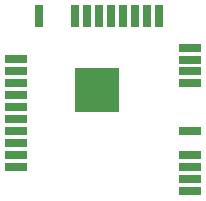
<source format=gbr>
G04 #@! TF.GenerationSoftware,KiCad,Pcbnew,(5.1.5)-3*
G04 #@! TF.CreationDate,2020-06-23T00:22:59+02:00*
G04 #@! TF.ProjectId,3D_Printer_Mainboard_STM32,33445f50-7269-46e7-9465-725f4d61696e,rev?*
G04 #@! TF.SameCoordinates,Original*
G04 #@! TF.FileFunction,Paste,Bot*
G04 #@! TF.FilePolarity,Positive*
%FSLAX46Y46*%
G04 Gerber Fmt 4.6, Leading zero omitted, Abs format (unit mm)*
G04 Created by KiCad (PCBNEW (5.1.5)-3) date 2020-06-23 00:22:59*
%MOMM*%
%LPD*%
G04 APERTURE LIST*
%ADD10R,1.900000X0.800000*%
%ADD11R,0.800000X1.900000*%
%ADD12R,3.700000X3.700000*%
G04 APERTURE END LIST*
D10*
X112215000Y-125075000D03*
X112215000Y-126091000D03*
X112215000Y-127101000D03*
X112215000Y-128117000D03*
X112215000Y-132181000D03*
X112215000Y-134213000D03*
X112215000Y-135229000D03*
X112215000Y-136245000D03*
X112215000Y-137261000D03*
X97485000Y-135229000D03*
X97485000Y-134213000D03*
X97485000Y-133197000D03*
X97485000Y-132181000D03*
X97485000Y-131165000D03*
X97485000Y-130149000D03*
X97485000Y-129133000D03*
X97485000Y-128117000D03*
X97485000Y-127101000D03*
X97485000Y-126085000D03*
D11*
X99385000Y-122405000D03*
X102433000Y-122405000D03*
X103449000Y-122405000D03*
X104465000Y-122405000D03*
X105481000Y-122405000D03*
X106497000Y-122405000D03*
X107513000Y-122405000D03*
X108529000Y-122405000D03*
X109545000Y-122405000D03*
D12*
X104365000Y-128675000D03*
M02*

</source>
